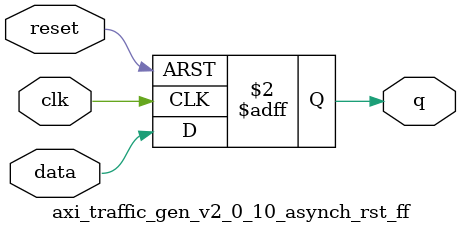
<source format=v>

`timescale 1ps/1ps
module axi_traffic_gen_v2_0_10_asynch_rst_ff (
data  ,
clk    ,
reset ,
q     
);
input data, clk, reset ; 
output q;
(*ASYNC_REG = "TRUE" *) reg q;
always @ ( posedge clk or posedge reset) begin
  if (reset) begin
    q <= 1'b1;
  end  else begin
    q <= data;
  end
end
endmodule 

</source>
